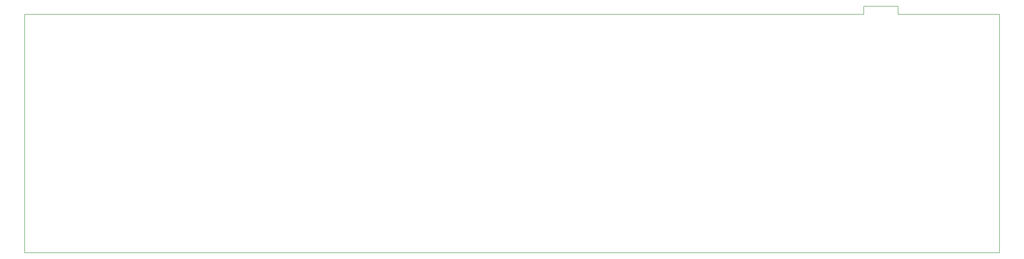
<source format=gko>
G04 #@! TF.FileFunction,Profile,NP*
%FSLAX46Y46*%
G04 Gerber Fmt 4.6, Leading zero omitted, Abs format (unit mm)*
G04 Created by KiCad (PCBNEW 4.0.3-stable) date Saturday, December 24, 2016 'PMt' 05:52:02 PM*
%MOMM*%
%LPD*%
G01*
G04 APERTURE LIST*
%ADD10C,0.150000*%
G04 APERTURE END LIST*
D10*
X347000000Y-21500000D02*
X30500000Y-21500000D01*
X347000000Y-18500000D02*
X360000000Y-18500000D01*
X360000000Y-21500000D02*
X398250000Y-21500000D01*
X360000000Y-18500000D02*
X360000000Y-21500000D01*
X347000000Y-18500000D02*
X347000000Y-21500000D01*
X398250000Y-111750000D02*
X398250000Y-21500000D01*
X30500000Y-111750000D02*
X398250000Y-111750000D01*
X30500000Y-21500000D02*
X30500000Y-111750000D01*
M02*

</source>
